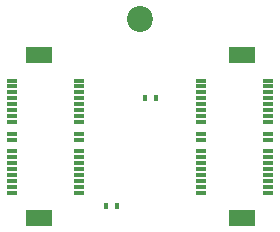
<source format=gts>
G04 (created by PCBNEW (2013-jul-07)-stable) date Fri 02 May 2014 10:31:21 AM CDT*
%MOIN*%
G04 Gerber Fmt 3.4, Leading zero omitted, Abs format*
%FSLAX34Y34*%
G01*
G70*
G90*
G04 APERTURE LIST*
%ADD10C,0.00590551*%
%ADD11R,0.0157X0.0236*%
%ADD12R,0.0354331X0.011811*%
%ADD13R,0.0866142X0.0531496*%
%ADD14C,0.0866142*%
G04 APERTURE END LIST*
G54D10*
G54D11*
X33090Y-47204D03*
X32736Y-47204D03*
X34035Y-43582D03*
X34389Y-43582D03*
G54D12*
X31830Y-46751D03*
X29586Y-46751D03*
X31830Y-46555D03*
X29586Y-46555D03*
X31830Y-46358D03*
X29586Y-46358D03*
X31830Y-46161D03*
X29586Y-46161D03*
X31830Y-45964D03*
X29586Y-45964D03*
X31830Y-45767D03*
X29586Y-45767D03*
X31830Y-45570D03*
X29586Y-45570D03*
X31830Y-45374D03*
X29586Y-45374D03*
X31830Y-44980D03*
X29586Y-44980D03*
X31830Y-44783D03*
X29586Y-44783D03*
X31830Y-44389D03*
X29586Y-44389D03*
X31830Y-44192D03*
X29586Y-44192D03*
X31830Y-43996D03*
X29586Y-43996D03*
X31830Y-43799D03*
X29586Y-43799D03*
X31830Y-43602D03*
X29586Y-43602D03*
X31830Y-43405D03*
X29586Y-43405D03*
X31830Y-43208D03*
X29586Y-43208D03*
X31830Y-43011D03*
X29586Y-43011D03*
G54D13*
X30472Y-47610D03*
X30472Y-42155D03*
G54D12*
X35885Y-43011D03*
X38129Y-43011D03*
X35885Y-43208D03*
X38129Y-43208D03*
X35885Y-43405D03*
X38129Y-43405D03*
X35885Y-43602D03*
X38129Y-43602D03*
X35885Y-43799D03*
X38129Y-43799D03*
X35885Y-43996D03*
X38129Y-43996D03*
X35885Y-44192D03*
X38129Y-44192D03*
X35885Y-44389D03*
X38129Y-44389D03*
X35885Y-44783D03*
X38129Y-44783D03*
X35885Y-44980D03*
X38129Y-44980D03*
X35885Y-45374D03*
X38129Y-45374D03*
X35885Y-45570D03*
X38129Y-45570D03*
X35885Y-45767D03*
X38129Y-45767D03*
X35885Y-45964D03*
X38129Y-45964D03*
X35885Y-46161D03*
X38129Y-46161D03*
X35885Y-46358D03*
X38129Y-46358D03*
X35885Y-46555D03*
X38129Y-46555D03*
X35885Y-46751D03*
X38129Y-46751D03*
G54D13*
X37244Y-42153D03*
X37244Y-47608D03*
G54D14*
X33858Y-40944D03*
M02*

</source>
